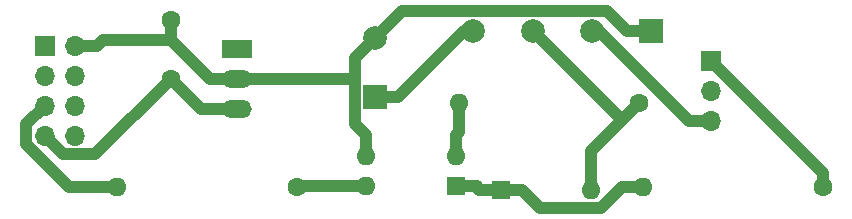
<source format=gbr>
%TF.GenerationSoftware,KiCad,Pcbnew,(5.1.10)-1*%
%TF.CreationDate,2021-06-01T20:42:40+02:00*%
%TF.ProjectId,smart-telefon,736d6172-742d-4746-956c-65666f6e2e6b,1.*%
%TF.SameCoordinates,Original*%
%TF.FileFunction,Copper,L2,Bot*%
%TF.FilePolarity,Positive*%
%FSLAX46Y46*%
G04 Gerber Fmt 4.6, Leading zero omitted, Abs format (unit mm)*
G04 Created by KiCad (PCBNEW (5.1.10)-1) date 2021-06-01 20:42:40*
%MOMM*%
%LPD*%
G01*
G04 APERTURE LIST*
%TA.AperFunction,ComponentPad*%
%ADD10R,2.000000X2.000000*%
%TD*%
%TA.AperFunction,ComponentPad*%
%ADD11C,2.000000*%
%TD*%
%TA.AperFunction,ComponentPad*%
%ADD12C,1.600000*%
%TD*%
%TA.AperFunction,ComponentPad*%
%ADD13R,1.600000X1.600000*%
%TD*%
%TA.AperFunction,ComponentPad*%
%ADD14O,1.600000X1.600000*%
%TD*%
%TA.AperFunction,ComponentPad*%
%ADD15R,1.700000X1.700000*%
%TD*%
%TA.AperFunction,ComponentPad*%
%ADD16O,1.700000X1.700000*%
%TD*%
%TA.AperFunction,ComponentPad*%
%ADD17R,2.500000X1.500000*%
%TD*%
%TA.AperFunction,ComponentPad*%
%ADD18O,2.500000X1.500000*%
%TD*%
%TA.AperFunction,Conductor*%
%ADD19C,1.000000*%
%TD*%
G04 APERTURE END LIST*
D10*
%TO.P,C1,1*%
%TO.N,Net-(C1-Pad1)*%
X114300000Y-69596000D03*
D11*
%TO.P,C1,2*%
%TO.N,GND*%
X114300000Y-64596000D03*
%TD*%
D12*
%TO.P,C2,1*%
%TO.N,/VCC*%
X97028000Y-68072000D03*
%TO.P,C2,2*%
%TO.N,GND*%
X97028000Y-63072000D03*
%TD*%
D11*
%TO.P,D1,4*%
%TO.N,Net-(C1-Pad1)*%
X122668000Y-64008000D03*
%TO.P,D1,3*%
%TO.N,GND*%
X127668000Y-64008000D03*
%TO.P,D1,2*%
%TO.N,/POWER*%
X132668000Y-64008000D03*
D10*
%TO.P,D1,1*%
%TO.N,GND*%
X137668000Y-64008000D03*
%TD*%
D13*
%TO.P,D2,1*%
%TO.N,Net-(D2-Pad1)*%
X124968000Y-77466000D03*
D14*
%TO.P,D2,2*%
%TO.N,GND*%
X132588000Y-77466000D03*
%TD*%
D15*
%TO.P,J1,1*%
%TO.N,/RING*%
X142748000Y-66548000D03*
D16*
%TO.P,J1,2*%
%TO.N,GND*%
X142748000Y-69088000D03*
%TO.P,J1,3*%
%TO.N,/POWER*%
X142748000Y-71628000D03*
%TD*%
D15*
%TO.P,J2,1*%
%TO.N,/TX*%
X86360000Y-65273000D03*
D16*
%TO.P,J2,2*%
%TO.N,GND*%
X88900000Y-65273000D03*
%TO.P,J2,3*%
%TO.N,/CH_PD*%
X86360000Y-67813000D03*
%TO.P,J2,4*%
%TO.N,/GPIO2*%
X88900000Y-67813000D03*
%TO.P,J2,5*%
%TO.N,/RST*%
X86360000Y-70353000D03*
%TO.P,J2,6*%
%TO.N,/GPIO0*%
X88900000Y-70353000D03*
%TO.P,J2,7*%
%TO.N,/VCC*%
X86360000Y-72893000D03*
%TO.P,J2,8*%
%TO.N,/RX*%
X88900000Y-72893000D03*
%TD*%
D12*
%TO.P,R1,1*%
%TO.N,/RING*%
X152248000Y-77216000D03*
D14*
%TO.P,R1,2*%
%TO.N,Net-(D2-Pad1)*%
X137008000Y-77216000D03*
%TD*%
%TO.P,R2,2*%
%TO.N,Net-(R2-Pad2)*%
X121412000Y-70104000D03*
D12*
%TO.P,R2,1*%
%TO.N,GND*%
X136652000Y-70104000D03*
%TD*%
%TO.P,R3,1*%
%TO.N,Net-(R3-Pad1)*%
X107696000Y-77216000D03*
D14*
%TO.P,R3,2*%
%TO.N,/RST*%
X92456000Y-77216000D03*
%TD*%
D17*
%TO.P,U1,1*%
%TO.N,Net-(C1-Pad1)*%
X102616000Y-65532000D03*
D18*
%TO.P,U1,2*%
%TO.N,GND*%
X102616000Y-68072000D03*
%TO.P,U1,3*%
%TO.N,/VCC*%
X102616000Y-70612000D03*
%TD*%
D13*
%TO.P,U2,1*%
%TO.N,Net-(D2-Pad1)*%
X121179000Y-77166000D03*
D14*
%TO.P,U2,3*%
%TO.N,GND*%
X113559000Y-74626000D03*
%TO.P,U2,2*%
%TO.N,Net-(R2-Pad2)*%
X121179000Y-74626000D03*
%TO.P,U2,4*%
%TO.N,Net-(R3-Pad1)*%
X113559000Y-77166000D03*
%TD*%
D19*
%TO.N,Net-(C1-Pad1)*%
X114300000Y-69596000D02*
X116300000Y-69596000D01*
X122668000Y-64008000D02*
X121888000Y-64008000D01*
X121888000Y-64008000D02*
X116300000Y-69596000D01*
%TO.N,GND*%
X97028000Y-64741000D02*
X91282000Y-64741000D01*
X91282000Y-64741000D02*
X90750000Y-65273000D01*
X100366000Y-68072000D02*
X97035000Y-64741000D01*
X97035000Y-64741000D02*
X97028000Y-64741000D01*
X97028000Y-64741000D02*
X97028000Y-63072000D01*
X88900000Y-65273000D02*
X90750000Y-65273000D01*
X102616000Y-68072000D02*
X112599600Y-68072000D01*
X101491000Y-68072000D02*
X102616000Y-68072000D01*
X112599600Y-68072000D02*
X112599600Y-66296400D01*
X112599600Y-66296400D02*
X114300000Y-64596000D01*
X113559000Y-72826000D02*
X112599600Y-71866600D01*
X112599600Y-71866600D02*
X112599600Y-68072000D01*
X101491000Y-68072000D02*
X100366000Y-68072000D01*
X137668000Y-64008000D02*
X135668000Y-64008000D01*
X135668000Y-64008000D02*
X133952500Y-62292500D01*
X133952500Y-62292500D02*
X116603500Y-62292500D01*
X116603500Y-62292500D02*
X114300000Y-64596000D01*
X113559000Y-74626000D02*
X113559000Y-72826000D01*
X135208000Y-71548000D02*
X132588000Y-74168000D01*
X132588000Y-74168000D02*
X132588000Y-77466000D01*
X136652000Y-70104000D02*
X135208000Y-71548000D01*
X135208000Y-71548000D02*
X127668000Y-64008000D01*
%TO.N,/VCC*%
X102616000Y-70612000D02*
X99568000Y-70612000D01*
X99568000Y-70612000D02*
X97028000Y-68072000D01*
X97028000Y-68072000D02*
X90653200Y-74446800D01*
X90653200Y-74446800D02*
X87913800Y-74446800D01*
X87913800Y-74446800D02*
X86360000Y-72893000D01*
%TO.N,Net-(D2-Pad1)*%
X124968000Y-77466000D02*
X126768000Y-77466000D01*
X137008000Y-77216000D02*
X135208000Y-77216000D01*
X135208000Y-77216000D02*
X133447200Y-78976800D01*
X133447200Y-78976800D02*
X128278800Y-78976800D01*
X128278800Y-78976800D02*
X126768000Y-77466000D01*
X121179000Y-77166000D02*
X122979000Y-77166000D01*
X124968000Y-77466000D02*
X123168000Y-77466000D01*
X122979000Y-77166000D02*
X122979000Y-77277000D01*
X122979000Y-77277000D02*
X123168000Y-77466000D01*
%TO.N,/RST*%
X92456000Y-77216000D02*
X88428700Y-77216000D01*
X88428700Y-77216000D02*
X84798800Y-73586100D01*
X84798800Y-73586100D02*
X84798800Y-71914200D01*
X84798800Y-71914200D02*
X86360000Y-70353000D01*
%TO.N,Net-(R2-Pad2)*%
X121179000Y-74626000D02*
X121179000Y-72826000D01*
X121179000Y-72826000D02*
X121412000Y-72593000D01*
X121412000Y-72593000D02*
X121412000Y-70104000D01*
%TO.N,Net-(R3-Pad1)*%
X113559000Y-77166000D02*
X107746000Y-77166000D01*
X107746000Y-77166000D02*
X107696000Y-77216000D01*
%TO.N,/POWER*%
X142748000Y-71628000D02*
X140898000Y-71628000D01*
X140898000Y-71628000D02*
X133278000Y-64008000D01*
X133278000Y-64008000D02*
X132668000Y-64008000D01*
%TO.N,/RING*%
X152248000Y-77216000D02*
X152248000Y-76048000D01*
X152248000Y-76048000D02*
X142748000Y-66548000D01*
%TD*%
M02*

</source>
